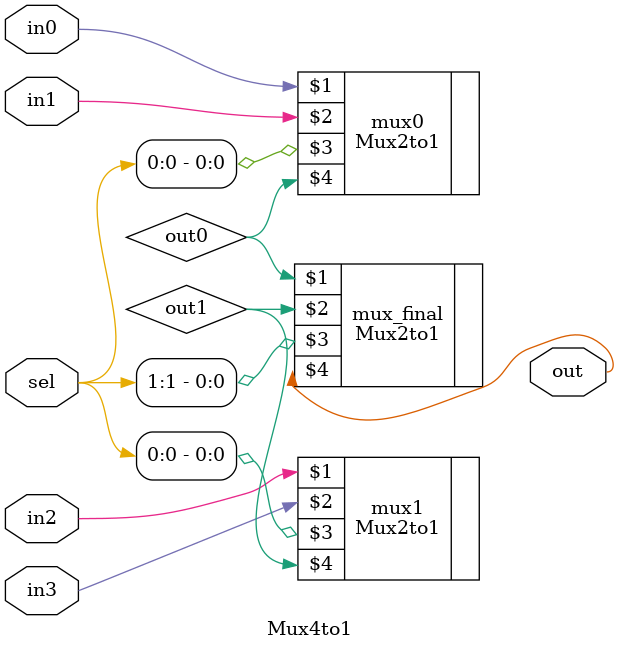
<source format=v>
module Mux4to1 (in0, in1, in2, in3, sel, out);
   input in0, in1, in2, in3;
   input [1:0] sel;
   output out;
   wire out0, out1;

   Mux2to1 mux0 (in0, in1, sel[0], out0);
   Mux2to1 mux1 (in2, in3, sel[0], out1);
   Mux2to1 mux_final (out0, out1, sel[1], out);
endmodule
</source>
